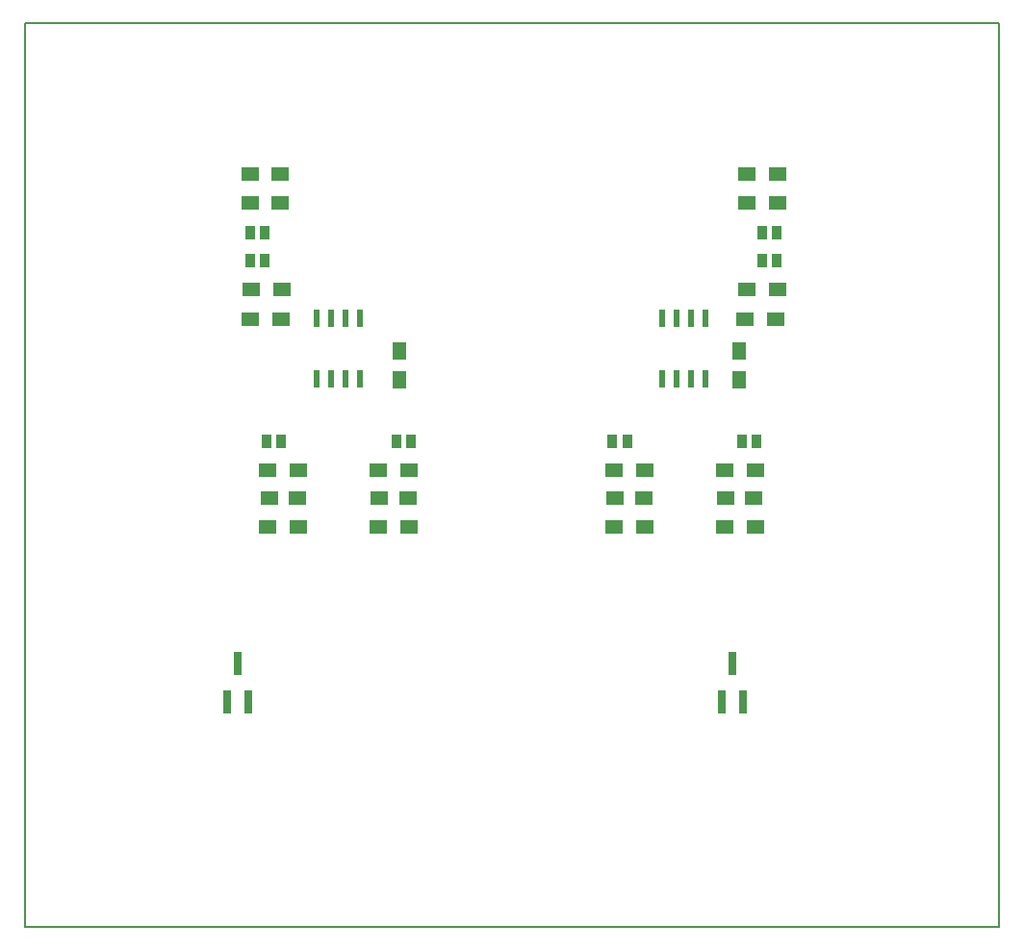
<source format=gbr>
G04 #@! TF.FileFunction,Paste,Top*
%FSLAX46Y46*%
G04 Gerber Fmt 4.6, Leading zero omitted, Abs format (unit mm)*
G04 Created by KiCad (PCBNEW 4.0.7-e2-6376~58~ubuntu16.04.1) date Tue Nov 20 12:23:16 2018*
%MOMM*%
%LPD*%
G01*
G04 APERTURE LIST*
%ADD10C,0.100000*%
%ADD11C,0.150000*%
%ADD12R,1.500000X1.300000*%
%ADD13R,1.500000X1.250000*%
%ADD14R,1.250000X1.500000*%
%ADD15R,0.970000X1.270000*%
%ADD16R,0.600000X1.550000*%
%ADD17R,0.700000X2.000000*%
G04 APERTURE END LIST*
D10*
D11*
X151500000Y-133950000D02*
X65800000Y-133950000D01*
X65800000Y-133950000D02*
X65800000Y-54395000D01*
X151500000Y-54395000D02*
X151500000Y-133950000D01*
X65800000Y-54395000D02*
X151500000Y-54395000D01*
D12*
X88300000Y-80450000D03*
X85600000Y-80450000D03*
X129250000Y-67650000D03*
X131950000Y-67650000D03*
X85650000Y-77850000D03*
X88350000Y-77850000D03*
X131950000Y-70250000D03*
X129250000Y-70250000D03*
D13*
X117700000Y-96250000D03*
X120200000Y-96250000D03*
X127400000Y-96250000D03*
X129900000Y-96250000D03*
X99450000Y-96250000D03*
X96950000Y-96250000D03*
X89750000Y-96250000D03*
X87250000Y-96250000D03*
D14*
X128600000Y-83300000D03*
X128600000Y-85800000D03*
X98700000Y-83300000D03*
X98700000Y-85800000D03*
D15*
X85560000Y-72850000D03*
X86840000Y-72850000D03*
X85560000Y-75350000D03*
X86840000Y-75350000D03*
X131900000Y-75350000D03*
X130620000Y-75350000D03*
X131900000Y-72850000D03*
X130620000Y-72850000D03*
X128860000Y-91250000D03*
X130140000Y-91250000D03*
X117460000Y-91250000D03*
X118740000Y-91250000D03*
X98460000Y-91250000D03*
X99740000Y-91250000D03*
X87060000Y-91250000D03*
X88340000Y-91250000D03*
D12*
X120300000Y-93750000D03*
X117600000Y-93750000D03*
X120300000Y-98750000D03*
X117600000Y-98750000D03*
X89850000Y-98750000D03*
X87150000Y-98750000D03*
X89850000Y-93750000D03*
X87150000Y-93750000D03*
X130000000Y-93750000D03*
X127300000Y-93750000D03*
X130000000Y-98750000D03*
X127300000Y-98750000D03*
X99550000Y-98750000D03*
X96850000Y-98750000D03*
X99550000Y-93750000D03*
X96850000Y-93750000D03*
D16*
X125605000Y-80350000D03*
X124335000Y-80350000D03*
X123065000Y-80350000D03*
X121795000Y-80350000D03*
X121795000Y-85750000D03*
X123065000Y-85750000D03*
X124335000Y-85750000D03*
X125605000Y-85750000D03*
X95205000Y-80350000D03*
X93935000Y-80350000D03*
X92665000Y-80350000D03*
X91395000Y-80350000D03*
X91395000Y-85750000D03*
X92665000Y-85750000D03*
X93935000Y-85750000D03*
X95205000Y-85750000D03*
D12*
X131950000Y-77850000D03*
X129250000Y-77850000D03*
X85550000Y-70250000D03*
X88250000Y-70250000D03*
X129150000Y-80450000D03*
X131850000Y-80450000D03*
X88250000Y-67650000D03*
X85550000Y-67650000D03*
D17*
X127050000Y-114200000D03*
X128950000Y-114200000D03*
X128000000Y-110800000D03*
X83550000Y-114200000D03*
X85450000Y-114200000D03*
X84500000Y-110800000D03*
M02*

</source>
